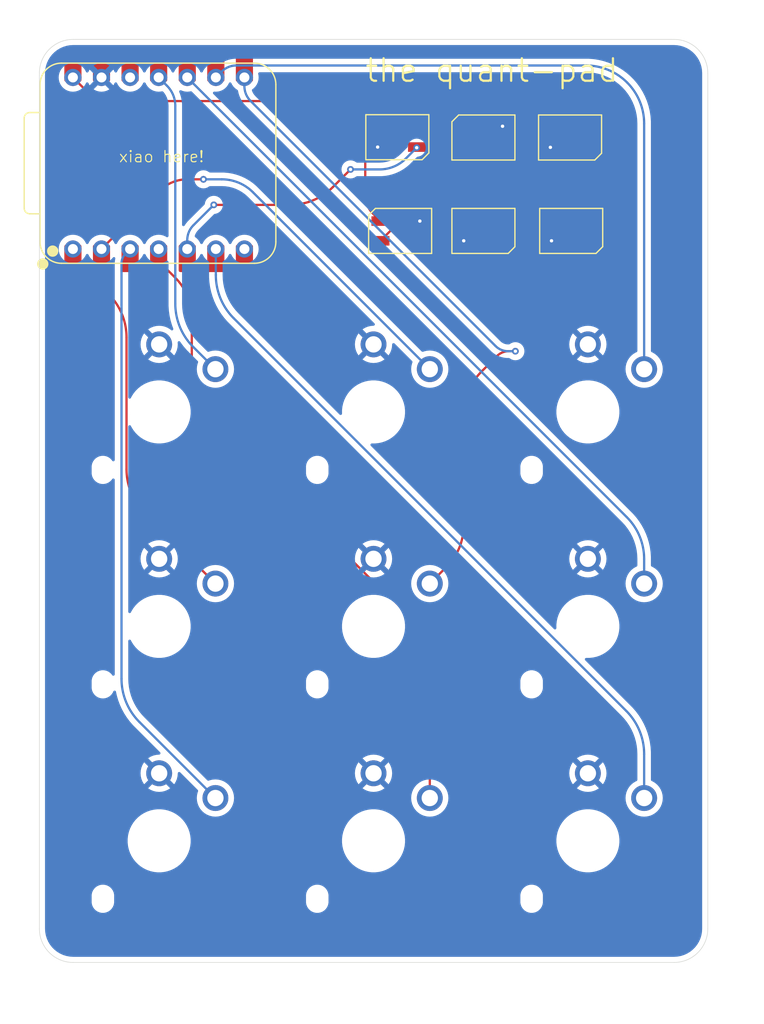
<source format=kicad_pcb>
(kicad_pcb (version 20240108) (generator "pcbnew") (generator_version "8.0")
  (layers (0 "F.Cu" signal) (31 "B.Cu" signal) (34 "B.Paste" user) (35 "F.Paste" user) (36 "B.SilkS" user "B.Silkscreen") (37 "F.SilkS" user "F.Silkscreen") (38 "B.Mask" user) (39 "F.Mask" user) (44 "Edge.Cuts" user))
  (net 0 "")
  (net 1 "Net-(D1-DOUT)")
  (net 2 "+5V")
  (net 3 "Net-(D1-DIN)")
  (net 4 "Net-(U1-GPIO3{slash}MOSI)")
  (net 5 "Net-(U1-GPIO27{slash}ADC1{slash}A1)")
  (net 6 "Net-(U1-GPIO2{slash}SCK)")
  (net 7 "Net-(U1-GPIO26{slash}ADC0{slash}A0)")
  (net 8 "Net-(U1-GPIO1{slash}RX)")
  (net 9 "Net-(U1-GPIO4{slash}MISO)")
  (net 10 "Net-(U1-GPIO28{slash}ADC2{slash}A2)")
  (net 11 "Net-(U1-GPIO29{slash}ADC3{slash}A3)")
  (net 12 "Net-(U1-GPIO7{slash}SCL)")
  (net 15 "Net-(D2-DOUT)")
  (net 17 "Net-(D3-DOUT)")
  (net 19 "Net-(D5-DOUT)")
  (net 21 "GND")
  (footprint "Kailh_PG1353_Solderable:Kailh-PG1353-Solderable-1U" (layer "F.Cu") (at 45.24375 70.29375)
    (property "Reference" "SW1")
    (property "Value" "SW_Push")
    (pad "" np_thru_hole oval (at -5 5.15 180) (size 1.5 2) (drill oval 1.5 2) (layers "F&B.Cu" "*.Mask"))
    (pad "" np_thru_hole circle (at 0 0 180) (size 5 5) (drill 5.1) (layers "F&B.Cu" "*.Mask"))
    (pad "1" thru_hole circle (at 5 -3.8 180) (size 2.3 2.3) (drill 1.45) (layers "*.Cu" "B.Mask") (net 4 "Net-(U1-GPIO3{slash}MOSI)"))
    (pad "2" thru_hole circle (at 0 -6 180) (size 2.3 2.3) (drill 1.45) (layers "*.Cu" "B.Mask") (net 21 "GND"))
  )
  (footprint "Kailh_PG1353_Solderable:Kailh-PG1353-Solderable-1U" (layer "F.Cu") (at 64.29375 70.29375)
    (property "Reference" "SW2")
    (property "Value" "SW_Push")
    (pad "" np_thru_hole oval (at -5 5.15 180) (size 1.5 2) (drill oval 1.5 2) (layers "F&B.Cu" "*.Mask"))
    (pad "" np_thru_hole circle (at 0 0 180) (size 5 5) (drill 5.1) (layers "F&B.Cu" "*.Mask"))
    (pad "1" thru_hole circle (at 5 -3.8 180) (size 2.3 2.3) (drill 1.45) (layers "*.Cu" "B.Mask") (net 5 "Net-(U1-GPIO27{slash}ADC1{slash}A1)"))
    (pad "2" thru_hole circle (at 0 -6 180) (size 2.3 2.3) (drill 1.45) (layers "*.Cu" "B.Mask") (net 21 "GND"))
  )
  (footprint "Seeed Studio XIAO Series Library:XIAO-RP2040-DIP" (layer "F.Cu") (at 45.2 48.2 90)
    (property "Reference" "U1" (hide yes))
    (property "Value" "XIAO-RP2040-DIP")
    (fp_line (start -3.991272 -11.951) (end 4.004 -11.951) (stroke (width 0.127)) (layer "F.SilkS"))
    (fp_line (start 4.504 -11.451) (end 4.504 -10.541) (stroke (width 0.127)) (layer "F.SilkS"))
    (fp_line (start 6.985 -10.541) (end -6.985 -10.541) (stroke (width 0.1)) (layer "F.SilkS"))
    (fp_line (start 6.985 -10.541) (end -6.985 -10.541) (stroke (width 0.127)) (layer "F.SilkS"))
    (fp_line (start -4.495 -10.541) (end -4.491272 -11.451272) (stroke (width 0.127)) (layer "F.SilkS"))
    (fp_line (start 8.89 8.509) (end 8.89 -8.636) (stroke (width 0.127)) (layer "F.SilkS"))
    (fp_line (start -8.89 8.509) (end -8.89 -8.636) (stroke (width 0.127)) (layer "F.SilkS"))
    (fp_line (start -6.985 10.414) (end 6.985 10.414) (stroke (width 0.127)) (layer "F.SilkS"))
    (fp_arc (start 4.004 -11.951) (mid 4.357553 -11.804553) (end 4.504 -11.451) (stroke (width 0.127)) (layer "F.SilkS"))
    (fp_arc (start -4.491272 -11.451272) (mid -4.344724 -11.804644) (end -3.991272 -11.951) (stroke (width 0.127)) (layer "F.SilkS"))
    (fp_arc (start 6.985 -10.541) (mid 8.332038 -9.983038) (end 8.89 -8.636) (stroke (width 0.127)) (layer "F.SilkS"))
    (fp_arc (start -8.89 -8.636) (mid -8.332038 -9.983038) (end -6.985 -10.541) (stroke (width 0.127)) (layer "F.SilkS"))
    (fp_arc (start 8.89 8.509) (mid 8.332038 9.856038) (end 6.985 10.414) (stroke (width 0.127)) (layer "F.SilkS"))
    (fp_arc (start -6.985 10.414) (mid -8.332038 9.856038) (end -8.89 8.509) (stroke (width 0.127)) (layer "F.SilkS"))
    (fp_circle (center -8.95 -10.3) (end -8.95 -10.554) (stroke (width 0.5)) (fill solid) (layer "F.SilkS"))
    (fp_circle (center -7.807 -9.42) (end -7.807 -9.674) (stroke (width 0.5)) (fill solid) (layer "F.SilkS"))
    (pad "1" smd roundrect (at -8.455 -7.62 270) (size 2.432 1.524) (layers "F.Cu" "F.Mask") (roundrect_rratio 0.1) (net 7 "Net-(U1-GPIO26{slash}ADC0{slash}A0)"))
    (pad "1" thru_hole circle (at -7.62 -7.62 270) (size 1.524 1.524) (drill 0.889) (layers "*.Cu" "*.Mask") (net 7 "Net-(U1-GPIO26{slash}ADC0{slash}A0)"))
    (pad "2" smd roundrect (at -8.455 -5.08 270) (size 2.432 1.524) (layers "F.Cu" "F.Mask") (roundrect_rratio 0.1) (net 5 "Net-(U1-GPIO27{slash}ADC1{slash}A1)"))
    (pad "2" thru_hole circle (at -7.62 -5.08 270) (size 1.524 1.524) (drill 0.889) (layers "*.Cu" "*.Mask") (net 5 "Net-(U1-GPIO27{slash}ADC1{slash}A1)"))
    (pad "3" smd roundrect (at -8.455 -2.54 270) (size 2.432 1.524) (layers "F.Cu" "F.Mask") (roundrect_rratio 0.1) (net 10 "Net-(U1-GPIO28{slash}ADC2{slash}A2)"))
    (pad "3" thru_hole circle (at -7.62 -2.54 270) (size 1.524 1.524) (drill 0.889) (layers "*.Cu" "*.Mask") (net 10 "Net-(U1-GPIO28{slash}ADC2{slash}A2)"))
    (pad "4" smd roundrect (at -8.455 0 270) (size 2.432 1.524) (layers "F.Cu" "F.Mask") (roundrect_rratio 0.1) (net 11 "Net-(U1-GPIO29{slash}ADC3{slash}A3)"))
    (pad "4" thru_hole circle (at -7.62 0 270) (size 1.524 1.524) (drill 0.889) (layers "*.Cu" "*.Mask") (net 11 "Net-(U1-GPIO29{slash}ADC3{slash}A3)"))
    (pad "5" smd roundrect (at -8.455 2.54 270) (size 2.432 1.524) (layers "F.Cu" "F.Mask") (roundrect_rratio 0.1) (net 3 "Net-(D1-DIN)"))
    (pad "5" thru_hole circle (at -7.62 2.54 270) (size 1.524 1.524) (drill 0.889) (layers "*.Cu" "*.Mask") (net 3 "Net-(D1-DIN)"))
    (pad "6" smd roundrect (at -8.455 5.08 270) (size 2.432 1.524) (layers "F.Cu" "F.Mask") (roundrect_rratio 0.1) (net 12 "Net-(U1-GPIO7{slash}SCL)"))
    (pad "6" thru_hole circle (at -7.62 5.08 270) (size 1.524 1.524) (drill 0.889) (layers "*.Cu" "*.Mask") (net 12 "Net-(U1-GPIO7{slash}SCL)"))
    (pad "7" smd roundrect (at -8.455 7.62 270) (size 2.432 1.524) (layers "F.Cu" "F.Mask") (roundrect_rratio 0.1))
    (pad "7" thru_hole circle (at -7.62 7.62 270) (size 1.524 1.524) (drill 0.889) (layers "*.Cu" "*.Mask"))
    (pad "8" thru_hole circle (at 7.62 7.62 90) (size 1.524 1.524) (drill 0.889) (layers "*.Cu" "*.Mask") (net 8 "Net-(U1-GPIO1{slash}RX)"))
    (pad "8" smd roundrect (at 8.455 7.62 90) (size 2.432 1.524) (layers "F.Cu" "F.Mask") (roundrect_rratio 0.1) (net 8 "Net-(U1-GPIO1{slash}RX)"))
    (pad "9" thru_hole circle (at 7.62 5.08 90) (size 1.524 1.524) (drill 0.889) (layers "*.Cu" "*.Mask") (net 6 "Net-(U1-GPIO2{slash}SCK)"))
    (pad "9" smd roundrect (at 8.455 5.08 90) (size 2.432 1.524) (layers "F.Cu" "F.Mask") (roundrect_rratio 0.1) (net 6 "Net-(U1-GPIO2{slash}SCK)"))
    (pad "10" thru_hole circle (at 7.62 2.54 90) (size 1.524 1.524) (drill 0.889) (layers "*.Cu" "*.Mask") (net 9 "Net-(U1-GPIO4{slash}MISO)"))
    (pad "10" smd roundrect (at 8.455 2.54 90) (size 2.432 1.524) (layers "F.Cu" "F.Mask") (roundrect_rratio 0.1) (net 9 "Net-(U1-GPIO4{slash}MISO)"))
    (pad "11" thru_hole circle (at 7.62 0 90) (size 1.524 1.524) (drill 0.889) (layers "*.Cu" "*.Mask") (net 4 "Net-(U1-GPIO3{slash}MOSI)"))
    (pad "11" smd roundrect (at 8.455 0 90) (size 2.432 1.524) (layers "F.Cu" "F.Mask") (roundrect_rratio 0.1) (net 4 "Net-(U1-GPIO3{slash}MOSI)"))
    (pad "12" thru_hole circle (at 7.62 -2.54 90) (size 1.524 1.524) (drill 0.889) (layers "*.Cu" "*.Mask"))
    (pad "12" smd roundrect (at 8.455 -2.54 90) (size 2.432 1.524) (layers "F.Cu" "F.Mask") (roundrect_rratio 0.1))
    (pad "13" thru_hole circle (at 7.62 -5.08 90) (size 1.524 1.524) (drill 0.889) (layers "*.Cu" "*.Mask") (net 21 "GND"))
    (pad "13" smd roundrect (at 8.455 -5.08 90) (size 2.432 1.524) (layers "F.Cu" "F.Mask") (roundrect_rratio 0.1) (net 21 "GND"))
    (pad "14" thru_hole circle (at 7.62 -7.62 90) (size 1.524 1.524) (drill 0.889) (layers "*.Cu" "*.Mask") (net 2 "+5V"))
    (pad "14" smd roundrect (at 8.455 -7.62 90) (size 2.432 1.524) (layers "F.Cu" "F.Mask") (roundrect_rratio 0.1) (net 2 "+5V"))
  )
  (footprint "LED_SMD:LED_SK6812MINI_PLCC4_3.5x3.5mm_P1.75mm" (layer "F.Cu") (at 74.06 45.915 180)
    (property "Reference" "D3" (hide yes))
    (property "Value" "SK6812MINI")
    (fp_line (start 2.8 1.4) (end 2.8 -2) (stroke (width 0.12)) (layer "F.SilkS"))
    (fp_line (start 2.8 1.4) (end 2.2 2) (stroke (width 0.12)) (layer "F.SilkS"))
    (fp_line (start -2.8 2) (end 2.2 2) (stroke (width 0.12)) (layer "F.SilkS"))
    (fp_line (start -2.8 -2) (end 2.8 -2) (stroke (width 0.12)) (layer "F.SilkS"))
    (fp_line (start -2.8 -2) (end -2.8 2) (stroke (width 0.12)) (layer "F.SilkS"))
    (pad "1" smd rect (at -1.75 -0.875 180) (size 1.6 0.85) (layers "F.Cu" "F.Paste" "F.Mask") (net 17 "Net-(D3-DOUT)"))
    (pad "2" smd rect (at -1.75 0.875 180) (size 1.6 0.85) (layers "F.Cu" "F.Paste" "F.Mask") (net 21 "GND"))
    (pad "3" smd rect (at 1.75 0.875 180) (size 1.6 0.85) (layers "F.Cu" "F.Paste" "F.Mask"))
    (pad "4" smd rect (at 1.75 -0.875 180) (size 1.6 0.85) (layers "F.Cu" "F.Paste" "F.Mask") (net 2 "+5V"))
  )
  (footprint "LED_SMD:LED_SK6812MINI_PLCC4_3.5x3.5mm_P1.75mm" (layer "F.Cu") (at 66.66 54.215 180)
    (property "Reference" "D2" (hide yes))
    (property "Value" "SK6812MINI")
    (fp_line (start 2.8 1.4) (end 2.8 -2) (stroke (width 0.12)) (layer "F.SilkS"))
    (fp_line (start 2.8 1.4) (end 2.2 2) (stroke (width 0.12)) (layer "F.SilkS"))
    (fp_line (start -2.8 2) (end 2.2 2) (stroke (width 0.12)) (layer "F.SilkS"))
    (fp_line (start -2.8 -2) (end 2.8 -2) (stroke (width 0.12)) (layer "F.SilkS"))
    (fp_line (start -2.8 -2) (end -2.8 2) (stroke (width 0.12)) (layer "F.SilkS"))
    (pad "1" smd rect (at -1.75 -0.875 180) (size 1.6 0.85) (layers "F.Cu" "F.Paste" "F.Mask") (net 15 "Net-(D2-DOUT)"))
    (pad "2" smd rect (at -1.75 0.875 180) (size 1.6 0.85) (layers "F.Cu" "F.Paste" "F.Mask") (net 21 "GND"))
    (pad "3" smd rect (at 1.75 0.875 180) (size 1.6 0.85) (layers "F.Cu" "F.Paste" "F.Mask") (net 1 "Net-(D1-DOUT)"))
    (pad "4" smd rect (at 1.75 -0.875 180) (size 1.6 0.85) (layers "F.Cu" "F.Paste" "F.Mask") (net 2 "+5V"))
  )
  (footprint "LED_SMD:LED_SK6812MINI_PLCC4_3.5x3.5mm_P1.75mm" (layer "F.Cu") (at 81.76 45.915)
    (property "Reference" "D5" (hide yes))
    (property "Value" "SK6812MINI")
    (fp_line (start -2.8 -2) (end -2.8 2) (stroke (width 0.12)) (layer "F.SilkS"))
    (fp_line (start -2.8 -2) (end 2.8 -2) (stroke (width 0.12)) (layer "F.SilkS"))
    (fp_line (start -2.8 2) (end 2.2 2) (stroke (width 0.12)) (layer "F.SilkS"))
    (fp_line (start 2.8 1.4) (end 2.2 2) (stroke (width 0.12)) (layer "F.SilkS"))
    (fp_line (start 2.8 1.4) (end 2.8 -2) (stroke (width 0.12)) (layer "F.SilkS"))
    (pad "1" smd rect (at -1.75 -0.875) (size 1.6 0.85) (layers "F.Cu" "F.Paste" "F.Mask") (net 19 "Net-(D5-DOUT)"))
    (pad "2" smd rect (at -1.75 0.875) (size 1.6 0.85) (layers "F.Cu" "F.Paste" "F.Mask") (net 21 "GND"))
    (pad "3" smd rect (at 1.75 0.875) (size 1.6 0.85) (layers "F.Cu" "F.Paste" "F.Mask") (net 17 "Net-(D3-DOUT)"))
    (pad "4" smd rect (at 1.75 -0.875) (size 1.6 0.85) (layers "F.Cu" "F.Paste" "F.Mask") (net 2 "+5V"))
  )
  (footprint "Kailh_PG1353_Solderable:Kailh-PG1353-Solderable-1U" (layer "F.Cu") (at 83.34375 70.29375)
    (property "Reference" "SW3")
    (property "Value" "SW_Push")
    (pad "" np_thru_hole oval (at -5 5.15 180) (size 1.5 2) (drill oval 1.5 2) (layers "F&B.Cu" "*.Mask"))
    (pad "" np_thru_hole circle (at 0 0 180) (size 5 5) (drill 5.1) (layers "F&B.Cu" "*.Mask"))
    (pad "1" thru_hole circle (at 5 -3.8 180) (size 2.3 2.3) (drill 1.45) (layers "*.Cu" "B.Mask") (net 6 "Net-(U1-GPIO2{slash}SCK)"))
    (pad "2" thru_hole circle (at 0 -6 180) (size 2.3 2.3) (drill 1.45) (layers "*.Cu" "B.Mask") (net 21 "GND"))
  )
  (footprint "Kailh_PG1353_Solderable:Kailh-PG1353-Solderable-1U" (layer "F.Cu") (at 83.34375 89.34375)
    (property "Reference" "SW6")
    (property "Value" "SW_Push")
    (pad "" np_thru_hole oval (at -5 5.15 180) (size 1.5 2) (drill oval 1.5 2) (layers "F&B.Cu" "*.Mask"))
    (pad "" np_thru_hole circle (at 0 0 180) (size 5 5) (drill 5.1) (layers "F&B.Cu" "*.Mask"))
    (pad "1" thru_hole circle (at 5 -3.8 180) (size 2.3 2.3) (drill 1.45) (layers "*.Cu" "B.Mask") (net 9 "Net-(U1-GPIO4{slash}MISO)"))
    (pad "2" thru_hole circle (at 0 -6 180) (size 2.3 2.3) (drill 1.45) (layers "*.Cu" "B.Mask") (net 21 "GND"))
  )
  (footprint "Kailh_PG1353_Solderable:Kailh-PG1353-Solderable-1U" (layer "F.Cu") (at 83.34375 108.39375)
    (property "Reference" "SW9")
    (property "Value" "SW_Push")
    (pad "" np_thru_hole oval (at -5 5.15 180) (size 1.5 2) (drill oval 1.5 2) (layers "F&B.Cu" "*.Mask"))
    (pad "" np_thru_hole circle (at 0 0 180) (size 5 5) (drill 5.1) (layers "F&B.Cu" "*.Mask"))
    (pad "1" thru_hole circle (at 5 -3.8 180) (size 2.3 2.3) (drill 1.45) (layers "*.Cu" "B.Mask") (net 12 "Net-(U1-GPIO7{slash}SCL)"))
    (pad "2" thru_hole circle (at 0 -6 180) (size 2.3 2.3) (drill 1.45) (layers "*.Cu" "B.Mask") (net 21 "GND"))
  )
  (footprint "LED_SMD:LED_SK6812MINI_PLCC4_3.5x3.5mm_P1.75mm" (layer "F.Cu") (at 74.06 54.215)
    (property "Reference" "D4" (hide yes))
    (property "Value" "SK6812MINI")
    (fp_line (start -2.8 -2) (end -2.8 2) (stroke (width 0.12)) (layer "F.SilkS"))
    (fp_line (start -2.8 -2) (end 2.8 -2) (stroke (width 0.12)) (layer "F.SilkS"))
    (fp_line (start -2.8 2) (end 2.2 2) (stroke (width 0.12)) (layer "F.SilkS"))
    (fp_line (start 2.8 1.4) (end 2.2 2) (stroke (width 0.12)) (layer "F.SilkS"))
    (fp_line (start 2.8 1.4) (end 2.8 -2) (stroke (width 0.12)) (layer "F.SilkS"))
    (pad "1" smd rect (at -1.75 -0.875) (size 1.6 0.85) (layers "F.Cu" "F.Paste" "F.Mask"))
    (pad "2" smd rect (at -1.75 0.875) (size 1.6 0.85) (layers "F.Cu" "F.Paste" "F.Mask") (net 21 "GND"))
    (pad "3" smd rect (at 1.75 0.875) (size 1.6 0.85) (layers "F.Cu" "F.Paste" "F.Mask") (net 15 "Net-(D2-DOUT)"))
    (pad "4" smd rect (at 1.75 -0.875) (size 1.6 0.85) (layers "F.Cu" "F.Paste" "F.Mask") (net 2 "+5V"))
  )
  (footprint "Kailh_PG1353_Solderable:Kailh-PG1353-Solderable-1U" (layer "F.Cu") (at 45.24375 108.39375)
    (property "Reference" "SW7")
    (property "Value" "SW_Push")
    (pad "" np_thru_hole oval (at -5 5.15 180) (size 1.5 2) (drill oval 1.5 2) (layers "F&B.Cu" "*.Mask"))
    (pad "" np_thru_hole circle (at 0 0 180) (size 5 5) (drill 5.1) (layers "F&B.Cu" "*.Mask"))
    (pad "1" thru_hole circle (at 5 -3.8 180) (size 2.3 2.3) (drill 1.45) (layers "*.Cu" "B.Mask") (net 10 "Net-(U1-GPIO28{slash}ADC2{slash}A2)"))
    (pad "2" thru_hole circle (at 0 -6 180) (size 2.3 2.3) (drill 1.45) (layers "*.Cu" "B.Mask") (net 21 "GND"))
  )
  (footprint "Kailh_PG1353_Solderable:Kailh-PG1353-Solderable-1U" (layer "F.Cu") (at 45.24375 89.34375)
    (property "Reference" "SW4")
    (property "Value" "SW_Push")
    (pad "" np_thru_hole oval (at -5 5.15 180) (size 1.5 2) (drill oval 1.5 2) (layers "F&B.Cu" "*.Mask"))
    (pad "" np_thru_hole circle (at 0 0 180) (size 5 5) (drill 5.1) (layers "F&B.Cu" "*.Mask"))
    (pad "1" thru_hole circle (at 5 -3.8 180) (size 2.3 2.3) (drill 1.45) (layers "*.Cu" "B.Mask") (net 7 "Net-(U1-GPIO26{slash}ADC0{slash}A0)"))
    (pad "2" thru_hole circle (at 0 -6 180) (size 2.3 2.3) (drill 1.45) (layers "*.Cu" "B.Mask") (net 21 "GND"))
  )
  (footprint "Kailh_PG1353_Solderable:Kailh-PG1353-Solderable-1U" (layer "F.Cu") (at 64.29375 108.39375)
    (property "Reference" "SW8")
    (property "Value" "SW_Push")
    (pad "" np_thru_hole oval (at -5 5.15 180) (size 1.5 2) (drill oval 1.5 2) (layers "F&B.Cu" "*.Mask"))
    (pad "" np_thru_hole circle (at 0 0 180) (size 5 5) (drill 5.1) (layers "F&B.Cu" "*.Mask"))
    (pad "1" thru_hole circle (at 5 -3.8 180) (size 2.3 2.3) (drill 1.45) (layers "*.Cu" "B.Mask") (net 11 "Net-(U1-GPIO29{slash}ADC3{slash}A3)"))
    (pad "2" thru_hole circle (at 0 -6 180) (size 2.3 2.3) (drill 1.45) (layers "*.Cu" "B.Mask") (net 21 "GND"))
  )
  (footprint "LED_SMD:LED_SK6812MINI_PLCC4_3.5x3.5mm_P1.75mm" (layer "F.Cu") (at 66.41 45.89)
    (property "Reference" "D1" (hide yes))
    (property "Value" "SK6812MINI")
    (fp_line (start -2.8 -2) (end -2.8 2) (stroke (width 0.12)) (layer "F.SilkS"))
    (fp_line (start -2.8 -2) (end 2.8 -2) (stroke (width 0.12)) (layer "F.SilkS"))
    (fp_line (start -2.8 2) (end 2.2 2) (stroke (width 0.12)) (layer "F.SilkS"))
    (fp_line (start 2.8 1.4) (end 2.2 2) (stroke (width 0.12)) (layer "F.SilkS"))
    (fp_line (start 2.8 1.4) (end 2.8 -2) (stroke (width 0.12)) (layer "F.SilkS"))
    (pad "1" smd rect (at -1.75 -0.875) (size 1.6 0.85) (layers "F.Cu" "F.Paste" "F.Mask") (net 1 "Net-(D1-DOUT)"))
    (pad "2" smd rect (at -1.75 0.875) (size 1.6 0.85) (layers "F.Cu" "F.Paste" "F.Mask") (net 21 "GND"))
    (pad "3" smd rect (at 1.75 0.875) (size 1.6 0.85) (layers "F.Cu" "F.Paste" "F.Mask") (net 3 "Net-(D1-DIN)"))
    (pad "4" smd rect (at 1.75 -0.875) (size 1.6 0.85) (layers "F.Cu" "F.Paste" "F.Mask") (net 2 "+5V"))
  )
  (footprint "LED_SMD:LED_SK6812MINI_PLCC4_3.5x3.5mm_P1.75mm" (layer "F.Cu") (at 81.86 54.215)
    (property "Reference" "D6" (hide yes))
    (property "Value" "SK6812MINI")
    (fp_line (start -2.8 -2) (end -2.8 2) (stroke (width 0.12)) (layer "F.SilkS"))
    (fp_line (start -2.8 -2) (end 2.8 -2) (stroke (width 0.12)) (layer "F.SilkS"))
    (fp_line (start -2.8 2) (end 2.2 2) (stroke (width 0.12)) (layer "F.SilkS"))
    (fp_line (start 2.8 1.4) (end 2.2 2) (stroke (width 0.12)) (layer "F.SilkS"))
    (fp_line (start 2.8 1.4) (end 2.8 -2) (stroke (width 0.12)) (layer "F.SilkS"))
    (pad "1" smd rect (at -1.75 -0.875) (size 1.6 0.85) (layers "F.Cu" "F.Paste" "F.Mask"))
    (pad "2" smd rect (at -1.75 0.875) (size 1.6 0.85) (layers "F.Cu" "F.Paste" "F.Mask") (net 21 "GND"))
    (pad "3" smd rect (at 1.75 0.875) (size 1.6 0.85) (layers "F.Cu" "F.Paste" "F.Mask") (net 19 "Net-(D5-DOUT)"))
    (pad "4" smd rect (at 1.75 -0.875) (size 1.6 0.85) (layers "F.Cu" "F.Paste" "F.Mask") (net 2 "+5V"))
  )
  (footprint "Kailh_PG1353_Solderable:Kailh-PG1353-Solderable-1U" (layer "F.Cu") (at 64.29375 89.34375)
    (property "Reference" "SW5")
    (property "Value" "SW_Push")
    (pad "" np_thru_hole oval (at -5 5.15 180) (size 1.5 2) (drill oval 1.5 2) (layers "F&B.Cu" "*.Mask"))
    (pad "" np_thru_hole circle (at 0 0 180) (size 5 5) (drill 5.1) (layers "F&B.Cu" "*.Mask"))
    (pad "1" thru_hole circle (at 5 -3.8 180) (size 2.3 2.3) (drill 1.45) (layers "*.Cu" "B.Mask") (net 8 "Net-(U1-GPIO1{slash}RX)"))
    (pad "2" thru_hole circle (at 0 -6 180) (size 2.3 2.3) (drill 1.45) (layers "*.Cu" "B.Mask") (net 21 "GND"))
  )
  (gr_arc (start 94 116.2) (mid 93.12132 118.32132) (end 91 119.2) (stroke (width 0.05)) (layer "Edge.Cuts"))
  (gr_arc (start 91 37.2) (mid 93.12132 38.07868) (end 94 40.2) (stroke (width 0.05)) (layer "Edge.Cuts"))
  (gr_arc (start 37.6 119.2) (mid 35.47868 118.32132) (end 34.6 116.2) (stroke (width 0.05)) (layer "Edge.Cuts"))
  (gr_line (start 37.6 37.2) (end 91 37.2) (stroke (width 0.05)) (layer "Edge.Cuts"))
  (gr_arc (start 34.6 40.2) (mid 35.47868 38.07868) (end 37.6 37.2) (stroke (width 0.05)) (layer "Edge.Cuts"))
  (gr_line (start 94 40.2) (end 94 116.2) (stroke (width 0.05)) (layer "Edge.Cuts"))
  (gr_line (start 91 119.2) (end 37.6 119.2) (stroke (width 0.05)) (layer "Edge.Cuts"))
  (gr_line (start 34.6 116.2) (end 34.6 40.2) (stroke (width 0.05)) (layer "Edge.Cuts"))
  (gr_text "the quant-pad" (at 63.44 41.13 0) (layer "F.SilkS") (effects (font (size 2 2) (thickness 0.2)) (justify left bottom)))
  (gr_text "xiao here!" (at 41.6 48.2 0) (layer "F.SilkS") (effects (font (size 1 1) (thickness 0.1)) (justify left bottom)))
  (segment (start 63.56 46.892817) (end 63.56 51.035405) (width 0.2) (layer "F.Cu") (net 1))
  (segment (start 64.11 45.565) (end 64.66 45.015) (width 0.2) (layer "F.Cu") (net 1))
  (segment (start 64.235 52.665) (end 64.91 53.34) (width 0.2) (layer "F.Cu") (net 1))
  (arc (start 64.11 45.565) (mid 63.70294 46.174207) (end 63.56 46.892817) (width 0.2) (layer "F.Cu") (net 1))
  (arc (start 64.235 52.665) (mid 63.735426 51.917335) (end 63.56 51.035405) (width 0.2) (layer "F.Cu") (net 1))
  (segment (start 84.61 46.917817) (end 84.61 51.632893) (width 0.2) (layer "F.Cu") (net 2))
  (segment (start 77.938963 43.415) (end 80.735951 43.415) (width 0.2) (layer "F.Cu") (net 2))
  (segment (start 66.9925 43.8475) (end 68.16 45.015) (width 0.2) (layer "F.Cu") (net 2))
  (segment (start 74.091207 45.008792) (end 72.31 46.79) (width 0.2) (layer "F.Cu") (net 2))
  (segment (start 72.31 49.76045) (end 72.31 46.79) (width 0.2) (layer "F.Cu") (net 2))
  (segment (start 72.34295 49.9525) (end 71.235 49.9525) (width 0.2) (layer "F.Cu") (net 2))
  (segment (start 83.51 45.04) (end 84.06 45.59) (width 0.2) (layer "F.Cu") (net 2))
  (segment (start 84.11 52.84) (end 83.61 53.34) (width 0.2) (layer "F.Cu") (net 2))
  (segment (start 71.374689 45.854689) (end 72.31 46.79) (width 0.2) (layer "F.Cu") (net 2))
  (segment (start 72.47875 50.00875) (end 75.81 53.34) (width 0.2) (layer "F.Cu") (net 2))
  (segment (start 69.3475 45.015) (end 68.16 45.015) (width 0.2) (layer "F.Cu") (net 2))
  (segment (start 38.63 41.63) (end 37.58 40.58) (width 0.2) (layer "F.Cu") (net 2))
  (segment (start 69.20781 50.792189) (end 64.91 55.09) (width 0.2) (layer "F.Cu") (net 2))
  (segment (start 82.6975 44.2275) (end 83.51 45.04) (width 0.2) (layer "F.Cu") (net 2))
  (segment (start 64.173905 42.68) (end 41.164924 42.68) (width 0.2) (layer "F.Cu") (net 2))
  (segment (start 72.47875 50.00875) (end 72.36625 49.89625) (width 0.2) (layer "F.Cu") (net 2))
  (arc (start 72.34295 49.9525) (mid 72.373392 49.932159) (end 72.36625 49.89625) (width 0.2) (layer "F.Cu") (net 2))
  (arc (start 38.63 41.63) (mid 39.793033 42.407113) (end 41.164924 42.68) (width 0.2) (layer "F.Cu") (net 2))
  (arc (start 72.47875 50.00875) (mid 72.416444 49.967118) (end 72.34295 49.9525) (width 0.2) (layer "F.Cu") (net 2))
  (arc (start 84.61 46.917817) (mid 84.467059 46.199207) (end 84.06 45.59) (width 0.2) (layer "F.Cu") (net 2))
  (arc (start 84.11 52.84) (mid 84.480054 52.286174) (end 84.61 51.632893) (width 0.2) (layer "F.Cu") (net 2))
  (arc (start 66.9925 43.8475) (mid 65.699317 42.983423) (end 64.173905 42.68) (width 0.2) (layer "F.Cu") (net 2))
  (arc (start 74.091207 45.008792) (mid 75.856572 43.829213) (end 77.938963 43.415) (width 0.2) (layer "F.Cu") (net 2))
  (arc (start 72.31 49.76045) (mid 72.324618 49.833944) (end 72.36625 49.89625) (width 0.2) (layer "F.Cu") (net 2))
  (arc (start 71.374689 45.854689) (mid 70.444606 45.233228) (end 69.3475 45.015) (width 0.2) (layer "F.Cu") (net 2))
  (arc (start 82.6975 44.2275) (mid 81.797533 43.626161) (end 80.735951 43.415) (width 0.2) (layer "F.Cu") (net 2))
  (arc (start 69.20781 50.792189) (mid 70.137892 50.170728) (end 71.235 49.9525) (width 0.2) (layer "F.Cu") (net 2))
  (segment (start 68.138838 46.786161) (end 68.16 46.765) (width 0.2) (layer "F.Cu") (net 3))
  (segment (start 60.675 50.325) (end 62.25 48.75) (width 0.2) (layer "F.Cu") (net 3))
  (segment (start 50.1 51.9) (end 50.063535 51.863535) (width 0.2) (layer "F.Cu") (net 3))
  (segment (start 50.06 51.855) (end 50.06 51.85) (width 0.2) (layer "F.Cu") (net 3))
  (segment (start 68.13 46.82) (end 68.13 46.8075) (width 0.2) (layer "F.Cu") (net 3))
  (segment (start 50.1 51.9) (end 56.872613 51.9) (width 0.2) (layer "F.Cu") (net 3))
  (via (at 50.1 51.9) (size 0.6) (drill 0.3) (layers "F.Cu" "B.Cu") (net 3))
  (via (at 68.13 46.82) (size 0.6) (drill 0.3) (layers "F.Cu" "B.Cu") (net 3))
  (via (at 62.25 48.75) (size 0.6) (drill 0.3) (layers "F.Cu" "B.Cu") (net 3))
  (arc (start 60.675 50.325) (mid 58.93045 51.49067) (end 56.872613 51.9) (width 0.2) (layer "F.Cu") (net 3))
  (arc (start 68.138838 46.786161) (mid 68.132296 46.795951) (end 68.13 46.8075) (width 0.2) (layer "F.Cu") (net 3))
  (arc (start 50.06 51.855) (mid 50.060918 51.859619) (end 50.063535 51.863535) (width 0.2) (layer "F.Cu") (net 3))
  (segment (start 67.165 47.785) (end 68.13 46.82) (width 0.2) (layer "B.Cu") (net 3))
  (segment (start 47.74 55.04) (end 47.74 55.82) (width 0.2) (layer "B.Cu") (net 3))
  (segment (start 64.835283 48.75) (end 62.25 48.75) (width 0.2) (layer "B.Cu") (net 3))
  (segment (start 50.1 51.9) (end 48.291543 53.708456) (width 0.2) (layer "B.Cu") (net 3))
  (arc (start 67.165 47.785) (mid 66.096116 48.499204) (end 64.835283 48.75) (width 0.2) (layer "B.Cu") (net 3))
  (arc (start 48.291543 53.708456) (mid 47.883341 54.319373) (end 47.74 55.04) (width 0.2) (layer "B.Cu") (net 3))
  (segment (start 46.678 60.674036) (end 46.678 43.103103) (width 0.2) (layer "B.Cu") (net 4))
  (segment (start 48.271792 64.521792) (end 50.24375 66.49375) (width 0.2) (layer "B.Cu") (net 4))
  (segment (start 45.939 41.319) (end 45.2 40.58) (width 0.2) (layer "B.Cu") (net 4))
  (arc (start 45.939 41.319) (mid 46.48594 42.137553) (end 46.678 43.103103) (width 0.2) (layer "B.Cu") (net 4))
  (arc (start 46.678 60.674036) (mid 47.092213 62.756426) (end 48.271792 64.521792) (width 0.2) (layer "B.Cu") (net 4))
  (segment (start 47.745 49.63) (end 49.18 49.63) (width 0.2) (layer "F.Cu") (net 5))
  (segment (start 45.295301 50.644698) (end 40.12 55.82) (width 0.2) (layer "F.Cu") (net 5))
  (via (at 49.18 49.63) (size 0.6) (drill 0.3) (layers "F.Cu" "B.Cu") (net 5))
  (arc (start 47.745 49.63) (mid 46.419232 49.893711) (end 45.295301 50.644698) (width 0.2) (layer "F.Cu") (net 5))
  (segment (start 53.579048 50.779048) (end 69.29375 66.49375) (width 0.2) (layer "B.Cu") (net 5))
  (segment (start 50.805 49.63) (end 49.18 49.63) (width 0.2) (layer "B.Cu") (net 5))
  (arc (start 50.805 49.63) (mid 52.306304 49.928627) (end 53.579048 50.779048) (width 0.2) (layer "B.Cu") (net 5))
  (segment (start 88.34375 44.683278) (end 88.34375 66.49375) (width 0.2) (layer "B.Cu") (net 6))
  (segment (start 83.178471 39.518) (end 52.092947 39.518) (width 0.2) (layer "B.Cu") (net 6))
  (segment (start 50.811 40.049) (end 50.28 40.58) (width 0.2) (layer "B.Cu") (net 6))
  (arc (start 50.811 40.049) (mid 51.399162 39.656002) (end 52.092947 39.518) (width 0.2) (layer "B.Cu") (net 6))
  (arc (start 88.34375 44.683278) (mid 87.950566 42.706611) (end 86.830875 41.030875) (width 0.2) (layer "B.Cu") (net 6))
  (arc (start 83.178471 39.518) (mid 85.155137 39.911183) (end 86.830875 41.030875) (width 0.2) (layer "B.Cu") (net 6))
  (segment (start 37.58 56.2375) (end 37.58 55.82) (width 0.2) (layer "F.Cu") (net 7))
  (segment (start 37.875217 56.950217) (end 40.749957 59.824957) (width 0.2) (layer "F.Cu") (net 7))
  (segment (start 42.34375 75.389786) (end 42.34375 63.672713) (width 0.2) (layer "F.Cu") (net 7))
  (segment (start 43.937542 79.237542) (end 50.24375 85.54375) (width 0.2) (layer "F.Cu") (net 7))
  (arc (start 43.937542 79.237542) (mid 42.757963 77.472176) (end 42.34375 75.389786) (width 0.2) (layer "F.Cu") (net 7))
  (arc (start 40.749957 59.824957) (mid 41.929536 61.590322) (end 42.34375 63.672713) (width 0.2) (layer "F.Cu") (net 7))
  (arc (start 37.875217 56.950217) (mid 37.656724 56.623219) (end 37.58 56.2375) (width 0.2) (layer "F.Cu") (net 7))
  (segment (start 72.3 70.553963) (end 72.3 80.41176) (width 0.2) (layer "F.Cu") (net 8))
  (segment (start 70.796875 84.040625) (end 69.29375 85.54375) (width 0.2) (layer "F.Cu") (net 8))
  (segment (start 76.3 64.9) (end 76.9 64.9) (width 0.2) (layer "F.Cu") (net 8))
  (segment (start 73.893792 66.706207) (end 75.275735 65.324263) (width 0.2) (layer "F.Cu") (net 8))
  (via (at 76.9 64.9) (size 0.6) (drill 0.3) (layers "F.Cu" "B.Cu") (net 8))
  (arc (start 72.3 80.41176) (mid 71.90935 82.375687) (end 70.796875 84.040625) (width 0.2) (layer "F.Cu") (net 8))
  (arc (start 73.893792 66.706207) (mid 72.714213 68.471572) (end 72.3 70.553963) (width 0.2) (layer "F.Cu") (net 8))
  (arc (start 76.3 64.9) (mid 75.745672 65.010262) (end 75.275735 65.324263) (width 0.2) (layer "F.Cu") (net 8))
  (segment (start 52.82 41.35) (end 52.82 40.58) (width 0.2) (layer "B.Cu") (net 8))
  (segment (start 53.364472 42.664472) (end 75.14038 64.44038) (width 0.2) (layer "B.Cu") (net 8))
  (segment (start 76.25 64.9) (end 76.9 64.9) (width 0.2) (layer "B.Cu") (net 8))
  (arc (start 76.25 64.9) (mid 75.649478 64.780548) (end 75.14038 64.44038) (width 0.2) (layer "B.Cu") (net 8))
  (arc (start 53.364472 42.664472) (mid 52.961503 42.061387) (end 52.82 41.35) (width 0.2) (layer "B.Cu") (net 8))
  (segment (start 86.802257 79.642257) (end 47.74 40.58) (width 0.2) (layer "B.Cu") (net 9))
  (segment (start 88.34375 83.36375) (end 88.34375 85.54375) (width 0.2) (layer "B.Cu") (net 9))
  (arc (start 86.802257 79.642257) (mid 87.943129 81.349692) (end 88.34375 83.36375) (width 0.2) (layer "B.Cu") (net 9))
  (segment (start 43.491793 97.841793) (end 50.24375 104.59375) (width 0.2) (layer "B.Cu") (net 10))
  (segment (start 41.898001 57.120813) (end 41.898001 93.994037) (width 0.2) (layer "B.Cu") (net 10))
  (segment (start 42.279 56.200999) (end 42.66 55.82) (width 0.2) (layer "B.Cu") (net 10))
  (arc (start 41.898001 57.120813) (mid 41.997019 56.623013) (end 42.279 56.200999) (width 0.2) (layer "B.Cu") (net 10))
  (arc (start 43.491793 97.841793) (mid 42.312214 96.076427) (end 41.898001 93.994037) (width 0.2) (layer "B.Cu") (net 10))
  (segment (start 46.671875 58.369505) (end 45.580999 57.278629) (width 0.2) (layer "F.Cu") (net 11))
  (segment (start 48.14375 66.990396) (end 48.14375 61.922925) (width 0.2) (layer "F.Cu") (net 11))
  (segment (start 69.29375 92.496494) (end 69.29375 104.59375) (width 0.2) (layer "F.Cu") (net 11))
  (segment (start 67.699957 88.648738) (end 65.294898 86.243679) (width 0.2) (layer "F.Cu") (net 11))
  (segment (start 65.03571 86.13632) (end 49.737542 70.838152) (width 0.2) (layer "F.Cu") (net 11))
  (segment (start 45.2 56.358815) (end 45.2 55.82) (width 0.2) (layer "F.Cu") (net 11))
  (arc (start 65.294898 86.243679) (mid 65.23544 86.20395) (end 65.165304 86.19) (width 0.2) (layer "F.Cu") (net 11))
  (arc (start 65.03571 86.13632) (mid 65.095168 86.176049) (end 65.165304 86.19) (width 0.2) (layer "F.Cu") (net 11))
  (arc (start 45.2 56.358815) (mid 45.299018 56.856614) (end 45.580999 57.278629) (width 0.2) (layer "F.Cu") (net 11))
  (arc (start 48.14375 66.990396) (mid 48.557963 69.072786) (end 49.737542 70.838152) (width 0.2) (layer "F.Cu") (net 11))
  (arc (start 67.699957 88.648738) (mid 68.879536 90.414103) (end 69.29375 92.496494) (width 0.2) (layer "F.Cu") (net 11))
  (arc (start 46.671875 58.369505) (mid 47.761222 59.999828) (end 48.14375 61.922925) (width 0.2) (layer "F.Cu") (net 11))
  (segment (start 50.28 58.127255) (end 50.28 55.82) (width 0.2) (layer "B.Cu") (net 12))
  (segment (start 88.34375 100.698932) (end 88.34375 104.59375) (width 0.2) (layer "B.Cu") (net 12))
  (segment (start 51.873792 61.975011) (end 86.749957 96.851176) (width 0.2) (layer "B.Cu") (net 12))
  (arc (start 86.749957 96.851176) (mid 87.929536 98.616541) (end 88.34375 100.698932) (width 0.2) (layer "B.Cu") (net 12))
  (arc (start 51.873792 61.975011) (mid 50.694213 60.209645) (end 50.28 58.127255) (width 0.2) (layer "B.Cu") (net 12))
  (segment (start 75.4475 55.4525) (end 75.81 55.09) (width 0.2) (layer "F.Cu") (net 15))
  (segment (start 68.7725 55.4525) (end 68.41 55.09) (width 0.2) (layer "F.Cu") (net 15))
  (segment (start 74.572347 55.815) (end 69.647652 55.815) (width 0.2) (layer "F.Cu") (net 15))
  (arc (start 69.647652 55.815) (mid 69.174023 55.720789) (end 68.7725 55.4525) (width 0.2) (layer "F.Cu") (net 15))
  (arc (start 74.572347 55.815) (mid 75.045976 55.720789) (end 75.4475 55.4525) (width 0.2) (layer "F.Cu") (net 15))
  (segment (start 81.153718 44.433718) (end 83.51 46.79) (width 0.2) (layer "F.Cu") (net 17))
  (segment (start 78.166281 44.433718) (end 75.81 46.79) (width 0.2) (layer "F.Cu") (net 17))
  (arc (start 79.66 43.815) (mid 78.851605 43.975799) (end 78.166281 44.433718) (width 0.2) (layer "F.Cu") (net 17))
  (arc (start 79.66 43.815) (mid 80.468394 43.975799) (end 81.153718 44.433718) (width 0.2) (layer "F.Cu") (net 17))
  (segment (start 82.56 54.115) (end 83.189289 54.744289) (width 0.2) (layer "F.Cu") (net 19))
  (segment (start 83.61 55.0275) (end 83.61 55.09) (width 0.2) (layer "F.Cu") (net 19))
  (segment (start 80.935 45.965) (end 80.01 45.04) (width 0.2) (layer "F.Cu") (net 19))
  (segment (start 81.86 48.198147) (end 81.86 52.42505) (width 0.2) (layer "F.Cu") (net 19))
  (segment (start 83.565805 54.920805) (end 83.53071 54.88571) (width 0.2) (layer "F.Cu") (net 19))
  (arc (start 82.56 54.115) (mid 82.041924 53.339644) (end 81.86 52.42505) (width 0.2) (layer "F.Cu") (net 19))
  (arc (start 83.565805 54.920805) (mid 83.598514 54.969757) (end 83.61 55.0275) (width 0.2) (layer "F.Cu") (net 19))
  (arc (start 83.36 54.815) (mid 83.452387 54.833376) (end 83.53071 54.88571) (width 0.2) (layer "F.Cu") (net 19))
  (arc (start 81.86 48.198147) (mid 81.6196 46.989576) (end 80.935 45.965) (width 0.2) (layer "F.Cu") (net 19))
  (arc (start 83.36 54.815) (mid 83.267611 54.796622) (end 83.189289 54.744289) (width 0.2) (layer "F.Cu") (net 19))
  (segment (start 75.785 44.94) (end 75.76 44.915) (width 0.2) (layer "F.Cu") (net 21))
  (segment (start 75.81 45.000355) (end 75.81 45.04) (width 0.2) (layer "F.Cu") (net 21))
  (via (at 80.01 46.79) (size 0.6) (drill 0.3) (layers "F.Cu" "B.Cu") (net 21))
  (via (at 64.66 46.765) (size 0.6) (drill 0.3) (layers "F.Cu" "B.Cu") (net 21))
  (via (at 72.31 55.09) (size 0.6) (drill 0.3) (layers "F.Cu" "B.Cu") (net 21))
  (via (at 80.11 55.09) (size 0.6) (drill 0.3) (layers "F.Cu" "B.Cu") (net 21))
  (via (at 68.41 53.34) (size 0.6) (drill 0.3) (layers "F.Cu" "B.Cu") (net 21))
  (via (at 75.76 44.915) (size 0.6) (drill 0.3) (layers "F.Cu" "B.Cu") (net 21))
  (arc (start 75.81 45.000355) (mid 75.803502 44.967691) (end 75.785 44.94) (width 0.2) (layer "F.Cu") (net 21))
  (zone (net 21) (net_name "GND") (layer "B.Cu") (connect_pads (clearance 0.5)) (min_thickness 0.25) (fill yes (thermal_gap 0.5) (thermal_bridge_width 0.5))
    (polygon (pts (xy 31.1 33.7) (xy 99 35) (xy 96.6 124.7) (xy 31.7 123)))
  )
)
</source>
